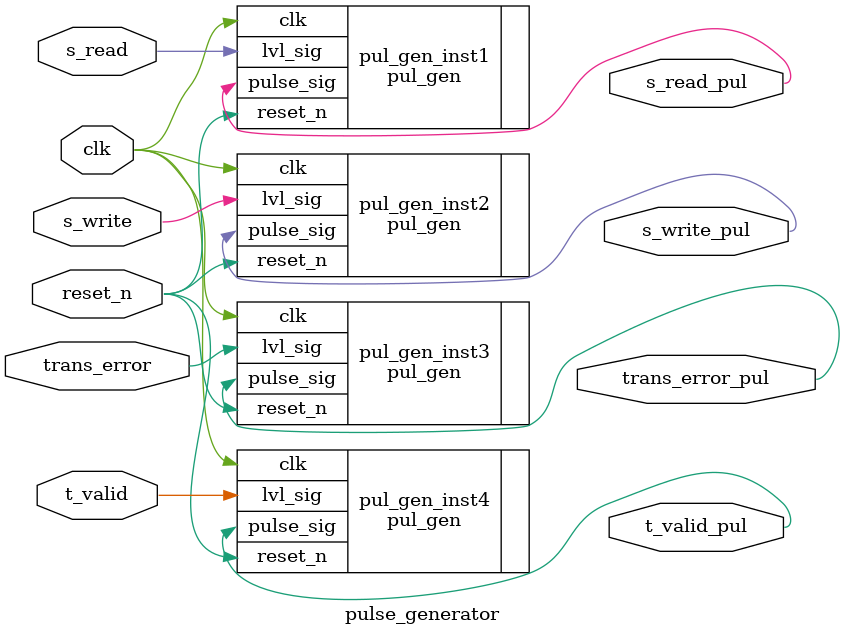
<source format=v>
`default_nettype none
module pulse_generator 
(
input  wire        clk, reset_n,
input  wire        s_read,
input  wire        s_write,
input  wire        trans_error,
input  wire        t_valid,
output wire        s_read_pul,
output wire        s_write_pul,
output wire        trans_error_pul,
output wire        t_valid_pul
);

pul_gen pul_gen_inst1
(
.clk(clk), 
.reset_n(reset_n),
.lvl_sig(s_read),
.pulse_sig(s_read_pul)
);

pul_gen pul_gen_inst2
(
.clk(clk), 
.reset_n(reset_n),
.lvl_sig(s_write),
.pulse_sig(s_write_pul)
);

pul_gen pul_gen_inst3
(
.clk(clk), 
.reset_n(reset_n),
.lvl_sig(trans_error),
.pulse_sig(trans_error_pul)
);

pul_gen pul_gen_inst4
(
.clk(clk), 
.reset_n(reset_n),
.lvl_sig(t_valid),
.pulse_sig(t_valid_pul)
);
		
endmodule	
`resetall					 

</source>
